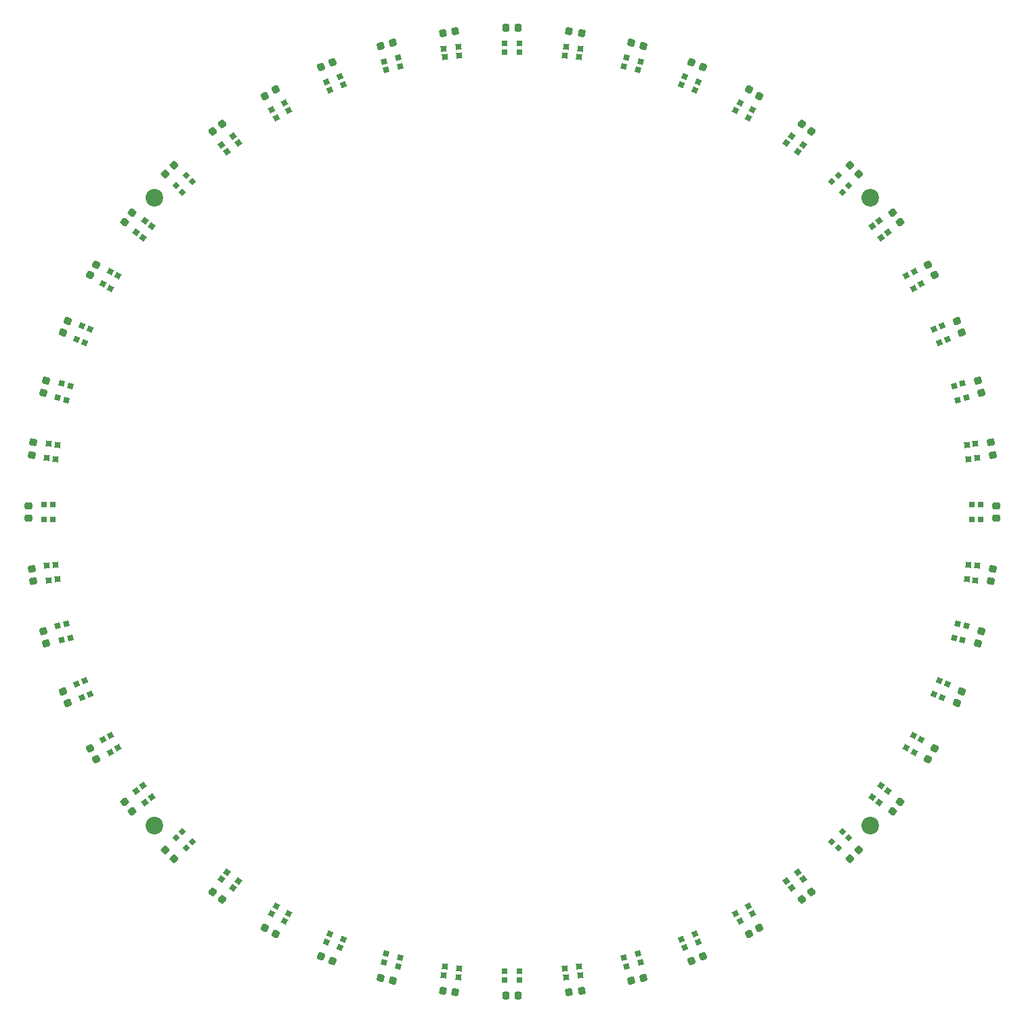
<source format=gts>
G04 #@! TF.GenerationSoftware,KiCad,Pcbnew,8.0.4*
G04 #@! TF.CreationDate,2024-11-19T03:08:21+11:00*
G04 #@! TF.ProjectId,RCS_WS2812B_Ring,5243535f-5753-4323-9831-32425f52696e,rev?*
G04 #@! TF.SameCoordinates,Original*
G04 #@! TF.FileFunction,Soldermask,Top*
G04 #@! TF.FilePolarity,Negative*
%FSLAX46Y46*%
G04 Gerber Fmt 4.6, Leading zero omitted, Abs format (unit mm)*
G04 Created by KiCad (PCBNEW 8.0.4) date 2024-11-19 03:08:21*
%MOMM*%
%LPD*%
G01*
G04 APERTURE LIST*
G04 Aperture macros list*
%AMRoundRect*
0 Rectangle with rounded corners*
0 $1 Rounding radius*
0 $2 $3 $4 $5 $6 $7 $8 $9 X,Y pos of 4 corners*
0 Add a 4 corners polygon primitive as box body*
4,1,4,$2,$3,$4,$5,$6,$7,$8,$9,$2,$3,0*
0 Add four circle primitives for the rounded corners*
1,1,$1+$1,$2,$3*
1,1,$1+$1,$4,$5*
1,1,$1+$1,$6,$7*
1,1,$1+$1,$8,$9*
0 Add four rect primitives between the rounded corners*
20,1,$1+$1,$2,$3,$4,$5,0*
20,1,$1+$1,$4,$5,$6,$7,0*
20,1,$1+$1,$6,$7,$8,$9,0*
20,1,$1+$1,$8,$9,$2,$3,0*%
%AMRotRect*
0 Rectangle, with rotation*
0 The origin of the aperture is its center*
0 $1 length*
0 $2 width*
0 $3 Rotation angle, in degrees counterclockwise*
0 Add horizontal line*
21,1,$1,$2,0,0,$3*%
G04 Aperture macros list end*
%ADD10C,2.200000*%
%ADD11RotRect,0.700000X0.700000X352.500000*%
%ADD12RotRect,0.700000X0.700000X345.000000*%
%ADD13RotRect,0.700000X0.700000X337.500000*%
%ADD14RotRect,0.700000X0.700000X330.000000*%
%ADD15RotRect,0.700000X0.700000X322.500000*%
%ADD16RotRect,0.700000X0.700000X315.000000*%
%ADD17RotRect,0.700000X0.700000X307.500000*%
%ADD18RotRect,0.700000X0.700000X300.000000*%
%ADD19RotRect,0.700000X0.700000X292.500000*%
%ADD20RotRect,0.700000X0.700000X285.000000*%
%ADD21RotRect,0.700000X0.700000X277.500000*%
%ADD22R,0.700000X0.700000*%
%ADD23RotRect,0.700000X0.700000X262.500000*%
%ADD24RotRect,0.700000X0.700000X255.000000*%
%ADD25RotRect,0.700000X0.700000X247.500000*%
%ADD26RotRect,0.700000X0.700000X240.000000*%
%ADD27RotRect,0.700000X0.700000X232.500000*%
%ADD28RotRect,0.700000X0.700000X225.000000*%
%ADD29RotRect,0.700000X0.700000X217.500000*%
%ADD30RotRect,0.700000X0.700000X210.000000*%
%ADD31RotRect,0.700000X0.700000X202.500000*%
%ADD32RotRect,0.700000X0.700000X195.000000*%
%ADD33RotRect,0.700000X0.700000X187.500000*%
%ADD34RotRect,0.700000X0.700000X172.500000*%
%ADD35RotRect,0.700000X0.700000X165.000000*%
%ADD36RotRect,0.700000X0.700000X157.500000*%
%ADD37RotRect,0.700000X0.700000X150.000000*%
%ADD38RotRect,0.700000X0.700000X142.500000*%
%ADD39RotRect,0.700000X0.700000X135.000000*%
%ADD40RotRect,0.700000X0.700000X127.500000*%
%ADD41RotRect,0.700000X0.700000X120.000000*%
%ADD42RotRect,0.700000X0.700000X112.500000*%
%ADD43RotRect,0.700000X0.700000X105.000000*%
%ADD44RotRect,0.700000X0.700000X97.500000*%
%ADD45RotRect,0.700000X0.700000X82.500000*%
%ADD46RotRect,0.700000X0.700000X75.000000*%
%ADD47RotRect,0.700000X0.700000X67.500000*%
%ADD48RotRect,0.700000X0.700000X60.000000*%
%ADD49RotRect,0.700000X0.700000X52.500000*%
%ADD50RotRect,0.700000X0.700000X45.000000*%
%ADD51RotRect,0.700000X0.700000X37.500000*%
%ADD52RotRect,0.700000X0.700000X30.000000*%
%ADD53RotRect,0.700000X0.700000X22.500000*%
%ADD54RotRect,0.700000X0.700000X15.000000*%
%ADD55RotRect,0.700000X0.700000X7.500000*%
%ADD56RoundRect,0.225000X0.255707X0.218493X-0.190444X0.277230X-0.255707X-0.218493X0.190444X-0.277230X0*%
%ADD57RoundRect,0.225000X0.282038X0.183247X-0.152629X0.299716X-0.282038X-0.183247X0.152629X-0.299716X0*%
%ADD58RoundRect,0.225000X0.303544X0.144866X-0.112202X0.317074X-0.303544X-0.144866X0.112202X-0.317074X0*%
%ADD59RoundRect,0.225000X0.319856X0.104006X-0.069856X0.329006X-0.319856X-0.104006X0.069856X-0.329006X0*%
%ADD60RoundRect,0.225000X0.330695X0.061367X-0.026314X0.335310X-0.330695X-0.061367X0.026314X-0.335310X0*%
%ADD61RoundRect,0.225000X0.335876X0.017678X0.017678X0.335876X-0.335876X-0.017678X-0.017678X-0.335876X0*%
%ADD62RoundRect,0.225000X0.335310X-0.026314X0.061367X0.330695X-0.335310X0.026314X-0.061367X-0.330695X0*%
%ADD63RoundRect,0.225000X0.329006X-0.069856X0.104006X0.319856X-0.329006X0.069856X-0.104006X-0.319856X0*%
%ADD64RoundRect,0.225000X0.317074X-0.112202X0.144866X0.303544X-0.317074X0.112202X-0.144866X-0.303544X0*%
%ADD65RoundRect,0.225000X0.299716X-0.152629X0.183247X0.282038X-0.299716X0.152629X-0.183247X-0.282038X0*%
%ADD66RoundRect,0.225000X0.277230X-0.190444X0.218493X0.255707X-0.277230X0.190444X-0.218493X-0.255707X0*%
%ADD67RoundRect,0.225000X0.250000X-0.225000X0.250000X0.225000X-0.250000X0.225000X-0.250000X-0.225000X0*%
%ADD68RoundRect,0.225000X0.218493X-0.255707X0.277230X0.190444X-0.218493X0.255707X-0.277230X-0.190444X0*%
%ADD69RoundRect,0.225000X0.183247X-0.282038X0.299716X0.152629X-0.183247X0.282038X-0.299716X-0.152629X0*%
%ADD70RoundRect,0.225000X0.144866X-0.303544X0.317074X0.112202X-0.144866X0.303544X-0.317074X-0.112202X0*%
%ADD71RoundRect,0.225000X0.104006X-0.319856X0.329006X0.069856X-0.104006X0.319856X-0.329006X-0.069856X0*%
%ADD72RoundRect,0.225000X0.061367X-0.330695X0.335310X0.026314X-0.061367X0.330695X-0.335310X-0.026314X0*%
%ADD73RoundRect,0.225000X0.017678X-0.335876X0.335876X-0.017678X-0.017678X0.335876X-0.335876X0.017678X0*%
%ADD74RoundRect,0.225000X-0.026314X-0.335310X0.330695X-0.061367X0.026314X0.335310X-0.330695X0.061367X0*%
%ADD75RoundRect,0.225000X-0.069856X-0.329006X0.319856X-0.104006X0.069856X0.329006X-0.319856X0.104006X0*%
%ADD76RoundRect,0.225000X-0.112202X-0.317074X0.303544X-0.144866X0.112202X0.317074X-0.303544X0.144866X0*%
%ADD77RoundRect,0.225000X-0.152629X-0.299716X0.282038X-0.183247X0.152629X0.299716X-0.282038X0.183247X0*%
%ADD78RoundRect,0.225000X-0.190444X-0.277230X0.255707X-0.218493X0.190444X0.277230X-0.255707X0.218493X0*%
%ADD79RoundRect,0.225000X-0.225000X-0.250000X0.225000X-0.250000X0.225000X0.250000X-0.225000X0.250000X0*%
%ADD80RoundRect,0.225000X-0.255707X-0.218493X0.190444X-0.277230X0.255707X0.218493X-0.190444X0.277230X0*%
%ADD81RoundRect,0.225000X-0.282038X-0.183247X0.152629X-0.299716X0.282038X0.183247X-0.152629X0.299716X0*%
%ADD82RoundRect,0.225000X-0.303544X-0.144866X0.112202X-0.317074X0.303544X0.144866X-0.112202X0.317074X0*%
%ADD83RoundRect,0.225000X-0.319856X-0.104006X0.069856X-0.329006X0.319856X0.104006X-0.069856X0.329006X0*%
%ADD84RoundRect,0.225000X-0.330695X-0.061367X0.026314X-0.335310X0.330695X0.061367X-0.026314X0.335310X0*%
%ADD85RoundRect,0.225000X-0.335876X-0.017678X-0.017678X-0.335876X0.335876X0.017678X0.017678X0.335876X0*%
%ADD86RoundRect,0.225000X-0.335310X0.026314X-0.061367X-0.330695X0.335310X-0.026314X0.061367X0.330695X0*%
%ADD87RoundRect,0.225000X-0.329006X0.069856X-0.104006X-0.319856X0.329006X-0.069856X0.104006X0.319856X0*%
%ADD88RoundRect,0.225000X-0.317074X0.112202X-0.144866X-0.303544X0.317074X-0.112202X0.144866X0.303544X0*%
%ADD89RoundRect,0.225000X-0.299716X0.152629X-0.183247X-0.282038X0.299716X-0.152629X0.183247X0.282038X0*%
%ADD90RoundRect,0.225000X-0.277230X0.190444X-0.218493X-0.255707X0.277230X-0.190444X0.218493X0.255707X0*%
%ADD91RoundRect,0.225000X-0.250000X0.225000X-0.250000X-0.225000X0.250000X-0.225000X0.250000X0.225000X0*%
%ADD92RoundRect,0.225000X-0.218493X0.255707X-0.277230X-0.190444X0.218493X-0.255707X0.277230X0.190444X0*%
%ADD93RoundRect,0.225000X-0.183247X0.282038X-0.299716X-0.152629X0.183247X-0.282038X0.299716X0.152629X0*%
%ADD94RoundRect,0.225000X-0.144866X0.303544X-0.317074X-0.112202X0.144866X-0.303544X0.317074X0.112202X0*%
%ADD95RoundRect,0.225000X-0.104006X0.319856X-0.329006X-0.069856X0.104006X-0.319856X0.329006X0.069856X0*%
%ADD96RoundRect,0.225000X-0.061367X0.330695X-0.335310X-0.026314X0.061367X-0.330695X0.335310X0.026314X0*%
%ADD97RoundRect,0.225000X-0.017678X0.335876X-0.335876X0.017678X0.017678X-0.335876X0.335876X-0.017678X0*%
%ADD98RoundRect,0.225000X0.026314X0.335310X-0.330695X0.061367X-0.026314X-0.335310X0.330695X-0.061367X0*%
%ADD99RoundRect,0.225000X0.069856X0.329006X-0.319856X0.104006X-0.069856X-0.329006X0.319856X-0.104006X0*%
%ADD100RoundRect,0.225000X0.112202X0.317074X-0.303544X0.144866X-0.112202X-0.317074X0.303544X-0.144866X0*%
%ADD101RoundRect,0.225000X0.152629X0.299716X-0.282038X0.183247X-0.152629X-0.299716X0.282038X-0.183247X0*%
%ADD102RoundRect,0.225000X0.190444X0.277230X-0.255707X0.218493X-0.190444X-0.277230X0.255707X-0.218493X0*%
%ADD103RoundRect,0.225000X0.225000X0.250000X-0.225000X0.250000X-0.225000X-0.250000X0.225000X-0.250000X0*%
G04 APERTURE END LIST*
D10*
X-44734469Y-39231076D03*
X44734469Y-39231076D03*
X-44734469Y39231076D03*
X44734469Y39231076D03*
D11*
X6735136Y58168527D03*
X6591558Y57077938D03*
X8405902Y56839075D03*
X8549480Y57929664D03*
D12*
X14270032Y56791776D03*
X13985331Y55729257D03*
X15752976Y55255618D03*
X16037677Y56318137D03*
D13*
X21560765Y54443301D03*
X21139813Y53427034D03*
X22830513Y52726723D03*
X23251465Y53742990D03*
D14*
X28482587Y51163287D03*
X27932587Y50210659D03*
X29517413Y49295659D03*
X30067413Y50248287D03*
D15*
X34917062Y47007854D03*
X34247425Y46135165D03*
X35699262Y45021132D03*
X36368899Y45893821D03*
D16*
X40754099Y42048104D03*
X39976282Y41270287D03*
X41270287Y39976282D03*
X42048104Y40754099D03*
D17*
X45893821Y36368899D03*
X45021132Y35699262D03*
X46135165Y34247425D03*
X47007854Y34917062D03*
D18*
X50248287Y30067413D03*
X49295659Y29517413D03*
X50210659Y27932587D03*
X51163287Y28482587D03*
D19*
X53742990Y23251465D03*
X52726723Y22830513D03*
X53427034Y21139813D03*
X54443301Y21560765D03*
D20*
X56318137Y16037677D03*
X55255618Y15752976D03*
X55729257Y13985331D03*
X56791776Y14270032D03*
D21*
X57929664Y8549480D03*
X56839075Y8405902D03*
X57077938Y6591558D03*
X58168527Y6735136D03*
D22*
X58550000Y915000D03*
X57450000Y915000D03*
X57450000Y-915000D03*
X58550000Y-915000D03*
D23*
X58168527Y-6735136D03*
X57077938Y-6591558D03*
X56839075Y-8405902D03*
X57929664Y-8549480D03*
D24*
X56791776Y-14270032D03*
X55729257Y-13985331D03*
X55255618Y-15752976D03*
X56318137Y-16037677D03*
D25*
X54443301Y-21560765D03*
X53427034Y-21139813D03*
X52726723Y-22830513D03*
X53742990Y-23251465D03*
D26*
X51163287Y-28482587D03*
X50210659Y-27932587D03*
X49295659Y-29517413D03*
X50248287Y-30067413D03*
D27*
X47007854Y-34917062D03*
X46135165Y-34247425D03*
X45021132Y-35699262D03*
X45893821Y-36368899D03*
D28*
X42048104Y-40754099D03*
X41270287Y-39976282D03*
X39976282Y-41270287D03*
X40754099Y-42048104D03*
D29*
X36368899Y-45893821D03*
X35699262Y-45021132D03*
X34247425Y-46135165D03*
X34917062Y-47007854D03*
D30*
X30067413Y-50248287D03*
X29517413Y-49295659D03*
X27932587Y-50210659D03*
X28482587Y-51163287D03*
D31*
X23251465Y-53742990D03*
X22830513Y-52726723D03*
X21139813Y-53427034D03*
X21560765Y-54443301D03*
D32*
X16037677Y-56318137D03*
X15752976Y-55255618D03*
X13985331Y-55729257D03*
X14270032Y-56791776D03*
D33*
X8549480Y-57929664D03*
X8405902Y-56839075D03*
X6591558Y-57077938D03*
X6735136Y-58168527D03*
D22*
X915000Y-58550000D03*
X915000Y-57450000D03*
X-915000Y-57450000D03*
X-915000Y-58550000D03*
D34*
X-6735136Y-58168527D03*
X-6591558Y-57077938D03*
X-8405902Y-56839075D03*
X-8549480Y-57929664D03*
D35*
X-14270032Y-56791776D03*
X-13985331Y-55729257D03*
X-15752976Y-55255618D03*
X-16037677Y-56318137D03*
D36*
X-21560765Y-54443301D03*
X-21139813Y-53427034D03*
X-22830513Y-52726723D03*
X-23251465Y-53742990D03*
D37*
X-28482586Y-51163287D03*
X-27932586Y-50210659D03*
X-29517412Y-49295659D03*
X-30067412Y-50248287D03*
D38*
X-34917062Y-47007854D03*
X-34247425Y-46135165D03*
X-35699262Y-45021132D03*
X-36368899Y-45893821D03*
D39*
X-40754099Y-42048104D03*
X-39976282Y-41270287D03*
X-41270287Y-39976282D03*
X-42048104Y-40754099D03*
D40*
X-45893821Y-36368899D03*
X-45021132Y-35699262D03*
X-46135165Y-34247425D03*
X-47007854Y-34917062D03*
D41*
X-50248287Y-30067412D03*
X-49295659Y-29517412D03*
X-50210659Y-27932586D03*
X-51163287Y-28482586D03*
D42*
X-53742990Y-23251465D03*
X-52726723Y-22830513D03*
X-53427034Y-21139813D03*
X-54443301Y-21560765D03*
D43*
X-56318137Y-16037677D03*
X-55255618Y-15752976D03*
X-55729257Y-13985331D03*
X-56791776Y-14270032D03*
D44*
X-57929664Y-8549480D03*
X-56839075Y-8405902D03*
X-57077938Y-6591558D03*
X-58168527Y-6735136D03*
D22*
X-58550000Y-915000D03*
X-57450000Y-915000D03*
X-57450000Y915000D03*
X-58550000Y915000D03*
D45*
X-58168527Y6735136D03*
X-57077938Y6591558D03*
X-56839075Y8405902D03*
X-57929664Y8549480D03*
D46*
X-56791776Y14270032D03*
X-55729257Y13985331D03*
X-55255618Y15752976D03*
X-56318137Y16037677D03*
D47*
X-54443301Y21560765D03*
X-53427034Y21139813D03*
X-52726723Y22830513D03*
X-53742990Y23251465D03*
D48*
X-51163287Y28482587D03*
X-50210659Y27932587D03*
X-49295659Y29517413D03*
X-50248287Y30067413D03*
D49*
X-47007854Y34917062D03*
X-46135165Y34247425D03*
X-45021132Y35699262D03*
X-45893821Y36368899D03*
D50*
X-42048104Y40754099D03*
X-41270287Y39976282D03*
X-39976282Y41270287D03*
X-40754099Y42048104D03*
D51*
X-36368899Y45893821D03*
X-35699262Y45021132D03*
X-34247425Y46135165D03*
X-34917062Y47007854D03*
D52*
X-30067412Y50248287D03*
X-29517412Y49295659D03*
X-27932586Y50210659D03*
X-28482586Y51163287D03*
D53*
X-23251465Y53742990D03*
X-22830513Y52726723D03*
X-21139813Y53427034D03*
X-21560765Y54443301D03*
D54*
X-16037677Y56318137D03*
X-15752976Y55255618D03*
X-13985331Y55729257D03*
X-14270032Y56791776D03*
D55*
X-8549480Y57929664D03*
X-8405902Y56839075D03*
X-6591558Y57077938D03*
X-6735136Y58168527D03*
D22*
X-915000Y58550000D03*
X-915000Y57450000D03*
X915000Y57450000D03*
X915000Y58550000D03*
D56*
X8665204Y59881256D03*
X7128464Y60083572D03*
D57*
X16407145Y58237927D03*
X14909959Y58639097D03*
D58*
X23868354Y55598131D03*
X22436340Y56191291D03*
D59*
X30921170Y52007036D03*
X29578830Y52782036D03*
D60*
X37444915Y47526087D03*
X36215217Y48469667D03*
D61*
X43327968Y42231952D03*
X42231952Y43327968D03*
D62*
X48469667Y36215217D03*
X47526087Y37444915D03*
D63*
X52782036Y29578830D03*
X52007036Y30921170D03*
D64*
X56191291Y22436340D03*
X55598131Y23868354D03*
D65*
X58639097Y14909959D03*
X58237927Y16407145D03*
D66*
X60083572Y7128464D03*
X59881256Y8665204D03*
D67*
X60500000Y-775000D03*
X60500000Y775000D03*
D68*
X59881256Y-8665204D03*
X60083572Y-7128464D03*
D69*
X58237927Y-16407145D03*
X58639097Y-14909959D03*
D70*
X55598131Y-23868354D03*
X56191291Y-22436340D03*
D71*
X52007036Y-30921170D03*
X52782036Y-29578830D03*
D72*
X47526087Y-37444915D03*
X48469667Y-36215217D03*
D73*
X42231952Y-43327968D03*
X43327968Y-42231952D03*
D74*
X36215217Y-48469667D03*
X37444915Y-47526087D03*
D75*
X29578830Y-52782036D03*
X30921170Y-52007036D03*
D76*
X22436340Y-56191291D03*
X23868354Y-55598131D03*
D77*
X14909959Y-58639097D03*
X16407145Y-58237927D03*
D78*
X7128464Y-60083572D03*
X8665204Y-59881256D03*
D79*
X-775000Y-60500000D03*
X775000Y-60500000D03*
D80*
X-8665204Y-59881256D03*
X-7128464Y-60083572D03*
D81*
X-16407145Y-58237927D03*
X-14909959Y-58639097D03*
D82*
X-23868354Y-55598131D03*
X-22436340Y-56191291D03*
D83*
X-30921169Y-52007036D03*
X-29578829Y-52782036D03*
D84*
X-37444915Y-47526087D03*
X-36215217Y-48469667D03*
D85*
X-43327968Y-42231952D03*
X-42231952Y-43327968D03*
D86*
X-48469667Y-36215217D03*
X-47526087Y-37444915D03*
D87*
X-52782036Y-29578829D03*
X-52007036Y-30921169D03*
D88*
X-56191291Y-22436340D03*
X-55598131Y-23868354D03*
D89*
X-58639097Y-14909959D03*
X-58237927Y-16407145D03*
D90*
X-60083572Y-7128464D03*
X-59881256Y-8665204D03*
D91*
X-60500000Y775000D03*
X-60500000Y-775000D03*
D92*
X-59881256Y8665204D03*
X-60083572Y7128464D03*
D93*
X-58237927Y16407145D03*
X-58639097Y14909959D03*
D94*
X-55598131Y23868354D03*
X-56191291Y22436340D03*
D95*
X-52007036Y30921170D03*
X-52782036Y29578830D03*
D96*
X-47526087Y37444915D03*
X-48469667Y36215217D03*
D97*
X-42231952Y43327968D03*
X-43327968Y42231952D03*
D98*
X-36215217Y48469667D03*
X-37444915Y47526087D03*
D99*
X-29578829Y52782036D03*
X-30921169Y52007036D03*
D100*
X-22436340Y56191291D03*
X-23868354Y55598131D03*
D101*
X-14909959Y58639097D03*
X-16407145Y58237927D03*
D102*
X-7128464Y60083572D03*
X-8665204Y59881256D03*
D103*
X775000Y60499999D03*
X-775000Y60500001D03*
M02*

</source>
